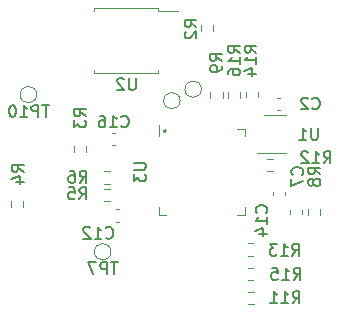
<source format=gbo>
G04 #@! TF.GenerationSoftware,KiCad,Pcbnew,(5.1.10-1-10_14)*
G04 #@! TF.CreationDate,2022-06-04T01:49:53+09:00*
G04 #@! TF.ProjectId,cmsis-dap_rp2040,636d7369-732d-4646-9170-5f7270323034,rev?*
G04 #@! TF.SameCoordinates,Original*
G04 #@! TF.FileFunction,Legend,Bot*
G04 #@! TF.FilePolarity,Positive*
%FSLAX46Y46*%
G04 Gerber Fmt 4.6, Leading zero omitted, Abs format (unit mm)*
G04 Created by KiCad (PCBNEW (5.1.10-1-10_14)) date 2022-06-04 01:49:53*
%MOMM*%
%LPD*%
G01*
G04 APERTURE LIST*
%ADD10C,0.150000*%
%ADD11C,0.120000*%
G04 APERTURE END LIST*
D10*
X115260000Y-61814285D02*
X115164761Y-61909523D01*
X115260000Y-62004761D01*
X115355238Y-61909523D01*
X115260000Y-61814285D01*
X115260000Y-62004761D01*
D11*
G04 #@! TO.C,C16*
X111030580Y-62080000D02*
X110749420Y-62080000D01*
X111030580Y-63100000D02*
X110749420Y-63100000D01*
G04 #@! TO.C,U3*
X114730000Y-68360000D02*
X114730000Y-69010000D01*
X114730000Y-69010000D02*
X115380000Y-69010000D01*
X122030000Y-68360000D02*
X122030000Y-69010000D01*
X122030000Y-69010000D02*
X121380000Y-69010000D01*
X122030000Y-62360000D02*
X122030000Y-61710000D01*
X122030000Y-61710000D02*
X121380000Y-61710000D01*
X114730000Y-62360000D02*
X114730000Y-61422500D01*
G04 #@! TO.C,TP10*
X104390000Y-58820000D02*
G75*
G03*
X104390000Y-58820000I-700000J0D01*
G01*
G04 #@! TO.C,TP9*
X118340000Y-58370000D02*
G75*
G03*
X118340000Y-58370000I-700000J0D01*
G01*
G04 #@! TO.C,TP8*
X116540000Y-59340000D02*
G75*
G03*
X116540000Y-59340000I-700000J0D01*
G01*
G04 #@! TO.C,R12*
X124367258Y-64237500D02*
X123892742Y-64237500D01*
X124367258Y-65282500D02*
X123892742Y-65282500D01*
G04 #@! TO.C,U2*
X111980000Y-56975000D02*
X109255000Y-56975000D01*
X109255000Y-56975000D02*
X109255000Y-56715000D01*
X111980000Y-56975000D02*
X114705000Y-56975000D01*
X114705000Y-56975000D02*
X114705000Y-56715000D01*
X111980000Y-51525000D02*
X109255000Y-51525000D01*
X109255000Y-51525000D02*
X109255000Y-51785000D01*
X111980000Y-51525000D02*
X114705000Y-51525000D01*
X114705000Y-51525000D02*
X114705000Y-51785000D01*
X114705000Y-51785000D02*
X116380000Y-51785000D01*
G04 #@! TO.C,R16*
X120597500Y-59077258D02*
X120597500Y-58602742D01*
X121642500Y-59077258D02*
X121642500Y-58602742D01*
G04 #@! TO.C,R15*
X122272742Y-74542500D02*
X122747258Y-74542500D01*
X122272742Y-73497500D02*
X122747258Y-73497500D01*
G04 #@! TO.C,R14*
X122107500Y-59067258D02*
X122107500Y-58592742D01*
X123152500Y-59067258D02*
X123152500Y-58592742D01*
G04 #@! TO.C,R13*
X122262742Y-72462500D02*
X122737258Y-72462500D01*
X122262742Y-71417500D02*
X122737258Y-71417500D01*
G04 #@! TO.C,R11*
X122282742Y-76542500D02*
X122757258Y-76542500D01*
X122282742Y-75497500D02*
X122757258Y-75497500D01*
G04 #@! TO.C,R9*
X120132500Y-59077258D02*
X120132500Y-58602742D01*
X119087500Y-59077258D02*
X119087500Y-58602742D01*
G04 #@! TO.C,TP7*
X110682000Y-72136000D02*
G75*
G03*
X110682000Y-72136000I-700000J0D01*
G01*
G04 #@! TO.C,U1*
X123670000Y-60550000D02*
X125470000Y-60550000D01*
X125470000Y-63770000D02*
X123020000Y-63770000D01*
G04 #@! TO.C,R8*
X128422500Y-69007258D02*
X128422500Y-68532742D01*
X127377500Y-69007258D02*
X127377500Y-68532742D01*
G04 #@! TO.C,R6*
X110587258Y-65307500D02*
X110112742Y-65307500D01*
X110587258Y-66352500D02*
X110112742Y-66352500D01*
G04 #@! TO.C,R5*
X110587258Y-66807500D02*
X110112742Y-66807500D01*
X110587258Y-67852500D02*
X110112742Y-67852500D01*
G04 #@! TO.C,R4*
X103272500Y-68337258D02*
X103272500Y-67862742D01*
X102227500Y-68337258D02*
X102227500Y-67862742D01*
G04 #@! TO.C,R3*
X107537500Y-63172742D02*
X107537500Y-63647258D01*
X108582500Y-63172742D02*
X108582500Y-63647258D01*
G04 #@! TO.C,R2*
X118307500Y-52932742D02*
X118307500Y-53407258D01*
X119352500Y-52932742D02*
X119352500Y-53407258D01*
G04 #@! TO.C,C14*
X124360000Y-67049420D02*
X124360000Y-67330580D01*
X125380000Y-67049420D02*
X125380000Y-67330580D01*
G04 #@! TO.C,C12*
X111360580Y-69570000D02*
X111079420Y-69570000D01*
X111360580Y-68550000D02*
X111079420Y-68550000D01*
G04 #@! TO.C,C7*
X125870000Y-68629420D02*
X125870000Y-68910580D01*
X126890000Y-68629420D02*
X126890000Y-68910580D01*
G04 #@! TO.C,C2*
X125030580Y-59110000D02*
X124749420Y-59110000D01*
X125030580Y-60130000D02*
X124749420Y-60130000D01*
G04 #@! TO.C,C16*
D10*
X111552857Y-61507142D02*
X111600476Y-61554761D01*
X111743333Y-61602380D01*
X111838571Y-61602380D01*
X111981428Y-61554761D01*
X112076666Y-61459523D01*
X112124285Y-61364285D01*
X112171904Y-61173809D01*
X112171904Y-61030952D01*
X112124285Y-60840476D01*
X112076666Y-60745238D01*
X111981428Y-60650000D01*
X111838571Y-60602380D01*
X111743333Y-60602380D01*
X111600476Y-60650000D01*
X111552857Y-60697619D01*
X110600476Y-61602380D02*
X111171904Y-61602380D01*
X110886190Y-61602380D02*
X110886190Y-60602380D01*
X110981428Y-60745238D01*
X111076666Y-60840476D01*
X111171904Y-60888095D01*
X109743333Y-60602380D02*
X109933809Y-60602380D01*
X110029047Y-60650000D01*
X110076666Y-60697619D01*
X110171904Y-60840476D01*
X110219523Y-61030952D01*
X110219523Y-61411904D01*
X110171904Y-61507142D01*
X110124285Y-61554761D01*
X110029047Y-61602380D01*
X109838571Y-61602380D01*
X109743333Y-61554761D01*
X109695714Y-61507142D01*
X109648095Y-61411904D01*
X109648095Y-61173809D01*
X109695714Y-61078571D01*
X109743333Y-61030952D01*
X109838571Y-60983333D01*
X110029047Y-60983333D01*
X110124285Y-61030952D01*
X110171904Y-61078571D01*
X110219523Y-61173809D01*
G04 #@! TO.C,U3*
X112632380Y-64598095D02*
X113441904Y-64598095D01*
X113537142Y-64645714D01*
X113584761Y-64693333D01*
X113632380Y-64788571D01*
X113632380Y-64979047D01*
X113584761Y-65074285D01*
X113537142Y-65121904D01*
X113441904Y-65169523D01*
X112632380Y-65169523D01*
X112632380Y-65550476D02*
X112632380Y-66169523D01*
X113013333Y-65836190D01*
X113013333Y-65979047D01*
X113060952Y-66074285D01*
X113108571Y-66121904D01*
X113203809Y-66169523D01*
X113441904Y-66169523D01*
X113537142Y-66121904D01*
X113584761Y-66074285D01*
X113632380Y-65979047D01*
X113632380Y-65693333D01*
X113584761Y-65598095D01*
X113537142Y-65550476D01*
G04 #@! TO.C,TP10*
X105428095Y-59720380D02*
X104856666Y-59720380D01*
X105142380Y-60720380D02*
X105142380Y-59720380D01*
X104523333Y-60720380D02*
X104523333Y-59720380D01*
X104142380Y-59720380D01*
X104047142Y-59768000D01*
X103999523Y-59815619D01*
X103951904Y-59910857D01*
X103951904Y-60053714D01*
X103999523Y-60148952D01*
X104047142Y-60196571D01*
X104142380Y-60244190D01*
X104523333Y-60244190D01*
X102999523Y-60720380D02*
X103570952Y-60720380D01*
X103285238Y-60720380D02*
X103285238Y-59720380D01*
X103380476Y-59863238D01*
X103475714Y-59958476D01*
X103570952Y-60006095D01*
X102380476Y-59720380D02*
X102285238Y-59720380D01*
X102190000Y-59768000D01*
X102142380Y-59815619D01*
X102094761Y-59910857D01*
X102047142Y-60101333D01*
X102047142Y-60339428D01*
X102094761Y-60529904D01*
X102142380Y-60625142D01*
X102190000Y-60672761D01*
X102285238Y-60720380D01*
X102380476Y-60720380D01*
X102475714Y-60672761D01*
X102523333Y-60625142D01*
X102570952Y-60529904D01*
X102618571Y-60339428D01*
X102618571Y-60101333D01*
X102570952Y-59910857D01*
X102523333Y-59815619D01*
X102475714Y-59768000D01*
X102380476Y-59720380D01*
G04 #@! TO.C,R12*
X128692857Y-64632380D02*
X129026190Y-64156190D01*
X129264285Y-64632380D02*
X129264285Y-63632380D01*
X128883333Y-63632380D01*
X128788095Y-63680000D01*
X128740476Y-63727619D01*
X128692857Y-63822857D01*
X128692857Y-63965714D01*
X128740476Y-64060952D01*
X128788095Y-64108571D01*
X128883333Y-64156190D01*
X129264285Y-64156190D01*
X127740476Y-64632380D02*
X128311904Y-64632380D01*
X128026190Y-64632380D02*
X128026190Y-63632380D01*
X128121428Y-63775238D01*
X128216666Y-63870476D01*
X128311904Y-63918095D01*
X127359523Y-63727619D02*
X127311904Y-63680000D01*
X127216666Y-63632380D01*
X126978571Y-63632380D01*
X126883333Y-63680000D01*
X126835714Y-63727619D01*
X126788095Y-63822857D01*
X126788095Y-63918095D01*
X126835714Y-64060952D01*
X127407142Y-64632380D01*
X126788095Y-64632380D01*
G04 #@! TO.C,U2*
X112761904Y-57422380D02*
X112761904Y-58231904D01*
X112714285Y-58327142D01*
X112666666Y-58374761D01*
X112571428Y-58422380D01*
X112380952Y-58422380D01*
X112285714Y-58374761D01*
X112238095Y-58327142D01*
X112190476Y-58231904D01*
X112190476Y-57422380D01*
X111761904Y-57517619D02*
X111714285Y-57470000D01*
X111619047Y-57422380D01*
X111380952Y-57422380D01*
X111285714Y-57470000D01*
X111238095Y-57517619D01*
X111190476Y-57612857D01*
X111190476Y-57708095D01*
X111238095Y-57850952D01*
X111809523Y-58422380D01*
X111190476Y-58422380D01*
G04 #@! TO.C,R16*
X121602380Y-55297142D02*
X121126190Y-54963809D01*
X121602380Y-54725714D02*
X120602380Y-54725714D01*
X120602380Y-55106666D01*
X120650000Y-55201904D01*
X120697619Y-55249523D01*
X120792857Y-55297142D01*
X120935714Y-55297142D01*
X121030952Y-55249523D01*
X121078571Y-55201904D01*
X121126190Y-55106666D01*
X121126190Y-54725714D01*
X121602380Y-56249523D02*
X121602380Y-55678095D01*
X121602380Y-55963809D02*
X120602380Y-55963809D01*
X120745238Y-55868571D01*
X120840476Y-55773333D01*
X120888095Y-55678095D01*
X120602380Y-57106666D02*
X120602380Y-56916190D01*
X120650000Y-56820952D01*
X120697619Y-56773333D01*
X120840476Y-56678095D01*
X121030952Y-56630476D01*
X121411904Y-56630476D01*
X121507142Y-56678095D01*
X121554761Y-56725714D01*
X121602380Y-56820952D01*
X121602380Y-57011428D01*
X121554761Y-57106666D01*
X121507142Y-57154285D01*
X121411904Y-57201904D01*
X121173809Y-57201904D01*
X121078571Y-57154285D01*
X121030952Y-57106666D01*
X120983333Y-57011428D01*
X120983333Y-56820952D01*
X121030952Y-56725714D01*
X121078571Y-56678095D01*
X121173809Y-56630476D01*
G04 #@! TO.C,R15*
X126152857Y-74492380D02*
X126486190Y-74016190D01*
X126724285Y-74492380D02*
X126724285Y-73492380D01*
X126343333Y-73492380D01*
X126248095Y-73540000D01*
X126200476Y-73587619D01*
X126152857Y-73682857D01*
X126152857Y-73825714D01*
X126200476Y-73920952D01*
X126248095Y-73968571D01*
X126343333Y-74016190D01*
X126724285Y-74016190D01*
X125200476Y-74492380D02*
X125771904Y-74492380D01*
X125486190Y-74492380D02*
X125486190Y-73492380D01*
X125581428Y-73635238D01*
X125676666Y-73730476D01*
X125771904Y-73778095D01*
X124295714Y-73492380D02*
X124771904Y-73492380D01*
X124819523Y-73968571D01*
X124771904Y-73920952D01*
X124676666Y-73873333D01*
X124438571Y-73873333D01*
X124343333Y-73920952D01*
X124295714Y-73968571D01*
X124248095Y-74063809D01*
X124248095Y-74301904D01*
X124295714Y-74397142D01*
X124343333Y-74444761D01*
X124438571Y-74492380D01*
X124676666Y-74492380D01*
X124771904Y-74444761D01*
X124819523Y-74397142D01*
G04 #@! TO.C,R14*
X122992380Y-55267142D02*
X122516190Y-54933809D01*
X122992380Y-54695714D02*
X121992380Y-54695714D01*
X121992380Y-55076666D01*
X122040000Y-55171904D01*
X122087619Y-55219523D01*
X122182857Y-55267142D01*
X122325714Y-55267142D01*
X122420952Y-55219523D01*
X122468571Y-55171904D01*
X122516190Y-55076666D01*
X122516190Y-54695714D01*
X122992380Y-56219523D02*
X122992380Y-55648095D01*
X122992380Y-55933809D02*
X121992380Y-55933809D01*
X122135238Y-55838571D01*
X122230476Y-55743333D01*
X122278095Y-55648095D01*
X122325714Y-57076666D02*
X122992380Y-57076666D01*
X121944761Y-56838571D02*
X122659047Y-56600476D01*
X122659047Y-57219523D01*
G04 #@! TO.C,R13*
X126012857Y-72452380D02*
X126346190Y-71976190D01*
X126584285Y-72452380D02*
X126584285Y-71452380D01*
X126203333Y-71452380D01*
X126108095Y-71500000D01*
X126060476Y-71547619D01*
X126012857Y-71642857D01*
X126012857Y-71785714D01*
X126060476Y-71880952D01*
X126108095Y-71928571D01*
X126203333Y-71976190D01*
X126584285Y-71976190D01*
X125060476Y-72452380D02*
X125631904Y-72452380D01*
X125346190Y-72452380D02*
X125346190Y-71452380D01*
X125441428Y-71595238D01*
X125536666Y-71690476D01*
X125631904Y-71738095D01*
X124727142Y-71452380D02*
X124108095Y-71452380D01*
X124441428Y-71833333D01*
X124298571Y-71833333D01*
X124203333Y-71880952D01*
X124155714Y-71928571D01*
X124108095Y-72023809D01*
X124108095Y-72261904D01*
X124155714Y-72357142D01*
X124203333Y-72404761D01*
X124298571Y-72452380D01*
X124584285Y-72452380D01*
X124679523Y-72404761D01*
X124727142Y-72357142D01*
G04 #@! TO.C,R11*
X126072857Y-76482380D02*
X126406190Y-76006190D01*
X126644285Y-76482380D02*
X126644285Y-75482380D01*
X126263333Y-75482380D01*
X126168095Y-75530000D01*
X126120476Y-75577619D01*
X126072857Y-75672857D01*
X126072857Y-75815714D01*
X126120476Y-75910952D01*
X126168095Y-75958571D01*
X126263333Y-76006190D01*
X126644285Y-76006190D01*
X125120476Y-76482380D02*
X125691904Y-76482380D01*
X125406190Y-76482380D02*
X125406190Y-75482380D01*
X125501428Y-75625238D01*
X125596666Y-75720476D01*
X125691904Y-75768095D01*
X124168095Y-76482380D02*
X124739523Y-76482380D01*
X124453809Y-76482380D02*
X124453809Y-75482380D01*
X124549047Y-75625238D01*
X124644285Y-75720476D01*
X124739523Y-75768095D01*
G04 #@! TO.C,R9*
X120072380Y-55963333D02*
X119596190Y-55630000D01*
X120072380Y-55391904D02*
X119072380Y-55391904D01*
X119072380Y-55772857D01*
X119120000Y-55868095D01*
X119167619Y-55915714D01*
X119262857Y-55963333D01*
X119405714Y-55963333D01*
X119500952Y-55915714D01*
X119548571Y-55868095D01*
X119596190Y-55772857D01*
X119596190Y-55391904D01*
X120072380Y-56439523D02*
X120072380Y-56630000D01*
X120024761Y-56725238D01*
X119977142Y-56772857D01*
X119834285Y-56868095D01*
X119643809Y-56915714D01*
X119262857Y-56915714D01*
X119167619Y-56868095D01*
X119120000Y-56820476D01*
X119072380Y-56725238D01*
X119072380Y-56534761D01*
X119120000Y-56439523D01*
X119167619Y-56391904D01*
X119262857Y-56344285D01*
X119500952Y-56344285D01*
X119596190Y-56391904D01*
X119643809Y-56439523D01*
X119691428Y-56534761D01*
X119691428Y-56725238D01*
X119643809Y-56820476D01*
X119596190Y-56868095D01*
X119500952Y-56915714D01*
G04 #@! TO.C,TP7*
X111243904Y-73036380D02*
X110672476Y-73036380D01*
X110958190Y-74036380D02*
X110958190Y-73036380D01*
X110339142Y-74036380D02*
X110339142Y-73036380D01*
X109958190Y-73036380D01*
X109862952Y-73084000D01*
X109815333Y-73131619D01*
X109767714Y-73226857D01*
X109767714Y-73369714D01*
X109815333Y-73464952D01*
X109862952Y-73512571D01*
X109958190Y-73560190D01*
X110339142Y-73560190D01*
X109434380Y-73036380D02*
X108767714Y-73036380D01*
X109196285Y-74036380D01*
G04 #@! TO.C,U1*
X128191904Y-61642380D02*
X128191904Y-62451904D01*
X128144285Y-62547142D01*
X128096666Y-62594761D01*
X128001428Y-62642380D01*
X127810952Y-62642380D01*
X127715714Y-62594761D01*
X127668095Y-62547142D01*
X127620476Y-62451904D01*
X127620476Y-61642380D01*
X126620476Y-62642380D02*
X127191904Y-62642380D01*
X126906190Y-62642380D02*
X126906190Y-61642380D01*
X127001428Y-61785238D01*
X127096666Y-61880476D01*
X127191904Y-61928095D01*
G04 #@! TO.C,R8*
X128392380Y-65583333D02*
X127916190Y-65250000D01*
X128392380Y-65011904D02*
X127392380Y-65011904D01*
X127392380Y-65392857D01*
X127440000Y-65488095D01*
X127487619Y-65535714D01*
X127582857Y-65583333D01*
X127725714Y-65583333D01*
X127820952Y-65535714D01*
X127868571Y-65488095D01*
X127916190Y-65392857D01*
X127916190Y-65011904D01*
X127820952Y-66154761D02*
X127773333Y-66059523D01*
X127725714Y-66011904D01*
X127630476Y-65964285D01*
X127582857Y-65964285D01*
X127487619Y-66011904D01*
X127440000Y-66059523D01*
X127392380Y-66154761D01*
X127392380Y-66345238D01*
X127440000Y-66440476D01*
X127487619Y-66488095D01*
X127582857Y-66535714D01*
X127630476Y-66535714D01*
X127725714Y-66488095D01*
X127773333Y-66440476D01*
X127820952Y-66345238D01*
X127820952Y-66154761D01*
X127868571Y-66059523D01*
X127916190Y-66011904D01*
X128011428Y-65964285D01*
X128201904Y-65964285D01*
X128297142Y-66011904D01*
X128344761Y-66059523D01*
X128392380Y-66154761D01*
X128392380Y-66345238D01*
X128344761Y-66440476D01*
X128297142Y-66488095D01*
X128201904Y-66535714D01*
X128011428Y-66535714D01*
X127916190Y-66488095D01*
X127868571Y-66440476D01*
X127820952Y-66345238D01*
G04 #@! TO.C,R6*
X108036666Y-66282380D02*
X108370000Y-65806190D01*
X108608095Y-66282380D02*
X108608095Y-65282380D01*
X108227142Y-65282380D01*
X108131904Y-65330000D01*
X108084285Y-65377619D01*
X108036666Y-65472857D01*
X108036666Y-65615714D01*
X108084285Y-65710952D01*
X108131904Y-65758571D01*
X108227142Y-65806190D01*
X108608095Y-65806190D01*
X107179523Y-65282380D02*
X107370000Y-65282380D01*
X107465238Y-65330000D01*
X107512857Y-65377619D01*
X107608095Y-65520476D01*
X107655714Y-65710952D01*
X107655714Y-66091904D01*
X107608095Y-66187142D01*
X107560476Y-66234761D01*
X107465238Y-66282380D01*
X107274761Y-66282380D01*
X107179523Y-66234761D01*
X107131904Y-66187142D01*
X107084285Y-66091904D01*
X107084285Y-65853809D01*
X107131904Y-65758571D01*
X107179523Y-65710952D01*
X107274761Y-65663333D01*
X107465238Y-65663333D01*
X107560476Y-65710952D01*
X107608095Y-65758571D01*
X107655714Y-65853809D01*
G04 #@! TO.C,R5*
X108016666Y-67682380D02*
X108350000Y-67206190D01*
X108588095Y-67682380D02*
X108588095Y-66682380D01*
X108207142Y-66682380D01*
X108111904Y-66730000D01*
X108064285Y-66777619D01*
X108016666Y-66872857D01*
X108016666Y-67015714D01*
X108064285Y-67110952D01*
X108111904Y-67158571D01*
X108207142Y-67206190D01*
X108588095Y-67206190D01*
X107111904Y-66682380D02*
X107588095Y-66682380D01*
X107635714Y-67158571D01*
X107588095Y-67110952D01*
X107492857Y-67063333D01*
X107254761Y-67063333D01*
X107159523Y-67110952D01*
X107111904Y-67158571D01*
X107064285Y-67253809D01*
X107064285Y-67491904D01*
X107111904Y-67587142D01*
X107159523Y-67634761D01*
X107254761Y-67682380D01*
X107492857Y-67682380D01*
X107588095Y-67634761D01*
X107635714Y-67587142D01*
G04 #@! TO.C,R4*
X103292380Y-65353333D02*
X102816190Y-65020000D01*
X103292380Y-64781904D02*
X102292380Y-64781904D01*
X102292380Y-65162857D01*
X102340000Y-65258095D01*
X102387619Y-65305714D01*
X102482857Y-65353333D01*
X102625714Y-65353333D01*
X102720952Y-65305714D01*
X102768571Y-65258095D01*
X102816190Y-65162857D01*
X102816190Y-64781904D01*
X102625714Y-66210476D02*
X103292380Y-66210476D01*
X102244761Y-65972380D02*
X102959047Y-65734285D01*
X102959047Y-66353333D01*
G04 #@! TO.C,R3*
X108552380Y-60653333D02*
X108076190Y-60320000D01*
X108552380Y-60081904D02*
X107552380Y-60081904D01*
X107552380Y-60462857D01*
X107600000Y-60558095D01*
X107647619Y-60605714D01*
X107742857Y-60653333D01*
X107885714Y-60653333D01*
X107980952Y-60605714D01*
X108028571Y-60558095D01*
X108076190Y-60462857D01*
X108076190Y-60081904D01*
X107552380Y-60986666D02*
X107552380Y-61605714D01*
X107933333Y-61272380D01*
X107933333Y-61415238D01*
X107980952Y-61510476D01*
X108028571Y-61558095D01*
X108123809Y-61605714D01*
X108361904Y-61605714D01*
X108457142Y-61558095D01*
X108504761Y-61510476D01*
X108552380Y-61415238D01*
X108552380Y-61129523D01*
X108504761Y-61034285D01*
X108457142Y-60986666D01*
G04 #@! TO.C,R2*
X117922380Y-53103333D02*
X117446190Y-52770000D01*
X117922380Y-52531904D02*
X116922380Y-52531904D01*
X116922380Y-52912857D01*
X116970000Y-53008095D01*
X117017619Y-53055714D01*
X117112857Y-53103333D01*
X117255714Y-53103333D01*
X117350952Y-53055714D01*
X117398571Y-53008095D01*
X117446190Y-52912857D01*
X117446190Y-52531904D01*
X117017619Y-53484285D02*
X116970000Y-53531904D01*
X116922380Y-53627142D01*
X116922380Y-53865238D01*
X116970000Y-53960476D01*
X117017619Y-54008095D01*
X117112857Y-54055714D01*
X117208095Y-54055714D01*
X117350952Y-54008095D01*
X117922380Y-53436666D01*
X117922380Y-54055714D01*
G04 #@! TO.C,C14*
X123827142Y-68827142D02*
X123874761Y-68779523D01*
X123922380Y-68636666D01*
X123922380Y-68541428D01*
X123874761Y-68398571D01*
X123779523Y-68303333D01*
X123684285Y-68255714D01*
X123493809Y-68208095D01*
X123350952Y-68208095D01*
X123160476Y-68255714D01*
X123065238Y-68303333D01*
X122970000Y-68398571D01*
X122922380Y-68541428D01*
X122922380Y-68636666D01*
X122970000Y-68779523D01*
X123017619Y-68827142D01*
X123922380Y-69779523D02*
X123922380Y-69208095D01*
X123922380Y-69493809D02*
X122922380Y-69493809D01*
X123065238Y-69398571D01*
X123160476Y-69303333D01*
X123208095Y-69208095D01*
X123255714Y-70636666D02*
X123922380Y-70636666D01*
X122874761Y-70398571D02*
X123589047Y-70160476D01*
X123589047Y-70779523D01*
G04 #@! TO.C,C12*
X110242857Y-70927142D02*
X110290476Y-70974761D01*
X110433333Y-71022380D01*
X110528571Y-71022380D01*
X110671428Y-70974761D01*
X110766666Y-70879523D01*
X110814285Y-70784285D01*
X110861904Y-70593809D01*
X110861904Y-70450952D01*
X110814285Y-70260476D01*
X110766666Y-70165238D01*
X110671428Y-70070000D01*
X110528571Y-70022380D01*
X110433333Y-70022380D01*
X110290476Y-70070000D01*
X110242857Y-70117619D01*
X109290476Y-71022380D02*
X109861904Y-71022380D01*
X109576190Y-71022380D02*
X109576190Y-70022380D01*
X109671428Y-70165238D01*
X109766666Y-70260476D01*
X109861904Y-70308095D01*
X108909523Y-70117619D02*
X108861904Y-70070000D01*
X108766666Y-70022380D01*
X108528571Y-70022380D01*
X108433333Y-70070000D01*
X108385714Y-70117619D01*
X108338095Y-70212857D01*
X108338095Y-70308095D01*
X108385714Y-70450952D01*
X108957142Y-71022380D01*
X108338095Y-71022380D01*
G04 #@! TO.C,C7*
X126867142Y-65603333D02*
X126914761Y-65555714D01*
X126962380Y-65412857D01*
X126962380Y-65317619D01*
X126914761Y-65174761D01*
X126819523Y-65079523D01*
X126724285Y-65031904D01*
X126533809Y-64984285D01*
X126390952Y-64984285D01*
X126200476Y-65031904D01*
X126105238Y-65079523D01*
X126010000Y-65174761D01*
X125962380Y-65317619D01*
X125962380Y-65412857D01*
X126010000Y-65555714D01*
X126057619Y-65603333D01*
X125962380Y-65936666D02*
X125962380Y-66603333D01*
X126962380Y-66174761D01*
G04 #@! TO.C,C2*
X127726666Y-59977142D02*
X127774285Y-60024761D01*
X127917142Y-60072380D01*
X128012380Y-60072380D01*
X128155238Y-60024761D01*
X128250476Y-59929523D01*
X128298095Y-59834285D01*
X128345714Y-59643809D01*
X128345714Y-59500952D01*
X128298095Y-59310476D01*
X128250476Y-59215238D01*
X128155238Y-59120000D01*
X128012380Y-59072380D01*
X127917142Y-59072380D01*
X127774285Y-59120000D01*
X127726666Y-59167619D01*
X127345714Y-59167619D02*
X127298095Y-59120000D01*
X127202857Y-59072380D01*
X126964761Y-59072380D01*
X126869523Y-59120000D01*
X126821904Y-59167619D01*
X126774285Y-59262857D01*
X126774285Y-59358095D01*
X126821904Y-59500952D01*
X127393333Y-60072380D01*
X126774285Y-60072380D01*
G04 #@! TD*
M02*

</source>
